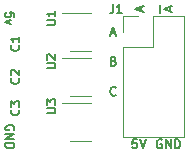
<source format=gbr>
G04 #@! TF.GenerationSoftware,KiCad,Pcbnew,(5.1.10)-1*
G04 #@! TF.CreationDate,2021-07-27T11:24:41-04:00*
G04 #@! TF.ProjectId,7ac76369a0fd96fdd889728fa7417171,37616337-3633-4363-9961-306664393666,rev?*
G04 #@! TF.SameCoordinates,Original*
G04 #@! TF.FileFunction,Legend,Top*
G04 #@! TF.FilePolarity,Positive*
%FSLAX46Y46*%
G04 Gerber Fmt 4.6, Leading zero omitted, Abs format (unit mm)*
G04 Created by KiCad (PCBNEW (5.1.10)-1) date 2021-07-27 11:24:41*
%MOMM*%
%LPD*%
G01*
G04 APERTURE LIST*
%ADD10C,0.150000*%
%ADD11C,0.120000*%
G04 APERTURE END LIST*
D10*
X183763000Y-84518571D02*
X183798714Y-84447142D01*
X183798714Y-84340000D01*
X183763000Y-84232857D01*
X183691571Y-84161428D01*
X183620142Y-84125714D01*
X183477285Y-84090000D01*
X183370142Y-84090000D01*
X183227285Y-84125714D01*
X183155857Y-84161428D01*
X183084428Y-84232857D01*
X183048714Y-84340000D01*
X183048714Y-84411428D01*
X183084428Y-84518571D01*
X183120142Y-84554285D01*
X183370142Y-84554285D01*
X183370142Y-84411428D01*
X183048714Y-84875714D02*
X183798714Y-84875714D01*
X183048714Y-85304285D01*
X183798714Y-85304285D01*
X183048714Y-85661428D02*
X183798714Y-85661428D01*
X183798714Y-85840000D01*
X183763000Y-85947142D01*
X183691571Y-86018571D01*
X183620142Y-86054285D01*
X183477285Y-86090000D01*
X183370142Y-86090000D01*
X183227285Y-86054285D01*
X183155857Y-86018571D01*
X183084428Y-85947142D01*
X183048714Y-85840000D01*
X183048714Y-85661428D01*
X183798714Y-74949857D02*
X183798714Y-74592714D01*
X183441571Y-74557000D01*
X183477285Y-74592714D01*
X183513000Y-74664142D01*
X183513000Y-74842714D01*
X183477285Y-74914142D01*
X183441571Y-74949857D01*
X183370142Y-74985571D01*
X183191571Y-74985571D01*
X183120142Y-74949857D01*
X183084428Y-74914142D01*
X183048714Y-74842714D01*
X183048714Y-74664142D01*
X183084428Y-74592714D01*
X183120142Y-74557000D01*
X183548714Y-75235571D02*
X183048714Y-75414142D01*
X183548714Y-75592714D01*
X196278571Y-85350000D02*
X196207142Y-85314285D01*
X196100000Y-85314285D01*
X195992857Y-85350000D01*
X195921428Y-85421428D01*
X195885714Y-85492857D01*
X195850000Y-85635714D01*
X195850000Y-85742857D01*
X195885714Y-85885714D01*
X195921428Y-85957142D01*
X195992857Y-86028571D01*
X196100000Y-86064285D01*
X196171428Y-86064285D01*
X196278571Y-86028571D01*
X196314285Y-85992857D01*
X196314285Y-85742857D01*
X196171428Y-85742857D01*
X196635714Y-86064285D02*
X196635714Y-85314285D01*
X197064285Y-86064285D01*
X197064285Y-85314285D01*
X197421428Y-86064285D02*
X197421428Y-85314285D01*
X197600000Y-85314285D01*
X197707142Y-85350000D01*
X197778571Y-85421428D01*
X197814285Y-85492857D01*
X197850000Y-85635714D01*
X197850000Y-85742857D01*
X197814285Y-85885714D01*
X197778571Y-85957142D01*
X197707142Y-86028571D01*
X197600000Y-86064285D01*
X197421428Y-86064285D01*
X194167142Y-85314285D02*
X193810000Y-85314285D01*
X193774285Y-85671428D01*
X193810000Y-85635714D01*
X193881428Y-85600000D01*
X194060000Y-85600000D01*
X194131428Y-85635714D01*
X194167142Y-85671428D01*
X194202857Y-85742857D01*
X194202857Y-85921428D01*
X194167142Y-85992857D01*
X194131428Y-86028571D01*
X194060000Y-86064285D01*
X193881428Y-86064285D01*
X193810000Y-86028571D01*
X193774285Y-85992857D01*
X194417142Y-85314285D02*
X194667142Y-86064285D01*
X194917142Y-85314285D01*
X192383142Y-81547857D02*
X192347428Y-81583571D01*
X192240285Y-81619285D01*
X192168857Y-81619285D01*
X192061714Y-81583571D01*
X191990285Y-81512142D01*
X191954571Y-81440714D01*
X191918857Y-81297857D01*
X191918857Y-81190714D01*
X191954571Y-81047857D01*
X191990285Y-80976428D01*
X192061714Y-80905000D01*
X192168857Y-80869285D01*
X192240285Y-80869285D01*
X192347428Y-80905000D01*
X192383142Y-80940714D01*
X192204571Y-78686428D02*
X192311714Y-78722142D01*
X192347428Y-78757857D01*
X192383142Y-78829285D01*
X192383142Y-78936428D01*
X192347428Y-79007857D01*
X192311714Y-79043571D01*
X192240285Y-79079285D01*
X191954571Y-79079285D01*
X191954571Y-78329285D01*
X192204571Y-78329285D01*
X192276000Y-78365000D01*
X192311714Y-78400714D01*
X192347428Y-78472142D01*
X192347428Y-78543571D01*
X192311714Y-78615000D01*
X192276000Y-78650714D01*
X192204571Y-78686428D01*
X191954571Y-78686428D01*
X191972428Y-76325000D02*
X192329571Y-76325000D01*
X191901000Y-76539285D02*
X192151000Y-75789285D01*
X192401000Y-76539285D01*
X196115000Y-74616428D02*
X196115000Y-73973571D01*
X196975000Y-74473571D02*
X196975000Y-74116428D01*
X197189285Y-74545000D02*
X196439285Y-74295000D01*
X197189285Y-74045000D01*
X194562000Y-74473571D02*
X194562000Y-74116428D01*
X194776285Y-74545000D02*
X194026285Y-74295000D01*
X194776285Y-74045000D01*
D11*
X192980000Y-74870000D02*
X194310000Y-74870000D01*
X192980000Y-76200000D02*
X192980000Y-74870000D01*
X195580000Y-74870000D02*
X198180000Y-74870000D01*
X195580000Y-77470000D02*
X195580000Y-74870000D01*
X192980000Y-77470000D02*
X195580000Y-77470000D01*
X198180000Y-74870000D02*
X198180000Y-85150000D01*
X192980000Y-77470000D02*
X192980000Y-85150000D01*
X192980000Y-85150000D02*
X198180000Y-85150000D01*
X190300000Y-74590000D02*
X187850000Y-74590000D01*
X188500000Y-77810000D02*
X190300000Y-77810000D01*
X188500000Y-81620000D02*
X190300000Y-81620000D01*
X190300000Y-78400000D02*
X187850000Y-78400000D01*
X190300000Y-82210000D02*
X187850000Y-82210000D01*
X188500000Y-85430000D02*
X190300000Y-85430000D01*
D10*
X184163857Y-77341000D02*
X184199571Y-77376714D01*
X184235285Y-77483857D01*
X184235285Y-77555285D01*
X184199571Y-77662428D01*
X184128142Y-77733857D01*
X184056714Y-77769571D01*
X183913857Y-77805285D01*
X183806714Y-77805285D01*
X183663857Y-77769571D01*
X183592428Y-77733857D01*
X183521000Y-77662428D01*
X183485285Y-77555285D01*
X183485285Y-77483857D01*
X183521000Y-77376714D01*
X183556714Y-77341000D01*
X184235285Y-76626714D02*
X184235285Y-77055285D01*
X184235285Y-76841000D02*
X183485285Y-76841000D01*
X183592428Y-76912428D01*
X183663857Y-76983857D01*
X183699571Y-77055285D01*
X184163857Y-80135000D02*
X184199571Y-80170714D01*
X184235285Y-80277857D01*
X184235285Y-80349285D01*
X184199571Y-80456428D01*
X184128142Y-80527857D01*
X184056714Y-80563571D01*
X183913857Y-80599285D01*
X183806714Y-80599285D01*
X183663857Y-80563571D01*
X183592428Y-80527857D01*
X183521000Y-80456428D01*
X183485285Y-80349285D01*
X183485285Y-80277857D01*
X183521000Y-80170714D01*
X183556714Y-80135000D01*
X183556714Y-79849285D02*
X183521000Y-79813571D01*
X183485285Y-79742142D01*
X183485285Y-79563571D01*
X183521000Y-79492142D01*
X183556714Y-79456428D01*
X183628142Y-79420714D01*
X183699571Y-79420714D01*
X183806714Y-79456428D01*
X184235285Y-79885000D01*
X184235285Y-79420714D01*
X184163857Y-82802000D02*
X184199571Y-82837714D01*
X184235285Y-82944857D01*
X184235285Y-83016285D01*
X184199571Y-83123428D01*
X184128142Y-83194857D01*
X184056714Y-83230571D01*
X183913857Y-83266285D01*
X183806714Y-83266285D01*
X183663857Y-83230571D01*
X183592428Y-83194857D01*
X183521000Y-83123428D01*
X183485285Y-83016285D01*
X183485285Y-82944857D01*
X183521000Y-82837714D01*
X183556714Y-82802000D01*
X183485285Y-82552000D02*
X183485285Y-82087714D01*
X183771000Y-82337714D01*
X183771000Y-82230571D01*
X183806714Y-82159142D01*
X183842428Y-82123428D01*
X183913857Y-82087714D01*
X184092428Y-82087714D01*
X184163857Y-82123428D01*
X184199571Y-82159142D01*
X184235285Y-82230571D01*
X184235285Y-82444857D01*
X184199571Y-82516285D01*
X184163857Y-82552000D01*
X192155000Y-73884285D02*
X192155000Y-74420000D01*
X192119285Y-74527142D01*
X192047857Y-74598571D01*
X191940714Y-74634285D01*
X191869285Y-74634285D01*
X192905000Y-74634285D02*
X192476428Y-74634285D01*
X192690714Y-74634285D02*
X192690714Y-73884285D01*
X192619285Y-73991428D01*
X192547857Y-74062857D01*
X192476428Y-74098571D01*
X186533285Y-75628428D02*
X187140428Y-75628428D01*
X187211857Y-75592714D01*
X187247571Y-75557000D01*
X187283285Y-75485571D01*
X187283285Y-75342714D01*
X187247571Y-75271285D01*
X187211857Y-75235571D01*
X187140428Y-75199857D01*
X186533285Y-75199857D01*
X187283285Y-74449857D02*
X187283285Y-74878428D01*
X187283285Y-74664142D02*
X186533285Y-74664142D01*
X186640428Y-74735571D01*
X186711857Y-74807000D01*
X186747571Y-74878428D01*
X186533285Y-79311428D02*
X187140428Y-79311428D01*
X187211857Y-79275714D01*
X187247571Y-79240000D01*
X187283285Y-79168571D01*
X187283285Y-79025714D01*
X187247571Y-78954285D01*
X187211857Y-78918571D01*
X187140428Y-78882857D01*
X186533285Y-78882857D01*
X186604714Y-78561428D02*
X186569000Y-78525714D01*
X186533285Y-78454285D01*
X186533285Y-78275714D01*
X186569000Y-78204285D01*
X186604714Y-78168571D01*
X186676142Y-78132857D01*
X186747571Y-78132857D01*
X186854714Y-78168571D01*
X187283285Y-78597142D01*
X187283285Y-78132857D01*
X186533285Y-83121428D02*
X187140428Y-83121428D01*
X187211857Y-83085714D01*
X187247571Y-83050000D01*
X187283285Y-82978571D01*
X187283285Y-82835714D01*
X187247571Y-82764285D01*
X187211857Y-82728571D01*
X187140428Y-82692857D01*
X186533285Y-82692857D01*
X186533285Y-82407142D02*
X186533285Y-81942857D01*
X186819000Y-82192857D01*
X186819000Y-82085714D01*
X186854714Y-82014285D01*
X186890428Y-81978571D01*
X186961857Y-81942857D01*
X187140428Y-81942857D01*
X187211857Y-81978571D01*
X187247571Y-82014285D01*
X187283285Y-82085714D01*
X187283285Y-82300000D01*
X187247571Y-82371428D01*
X187211857Y-82407142D01*
M02*

</source>
